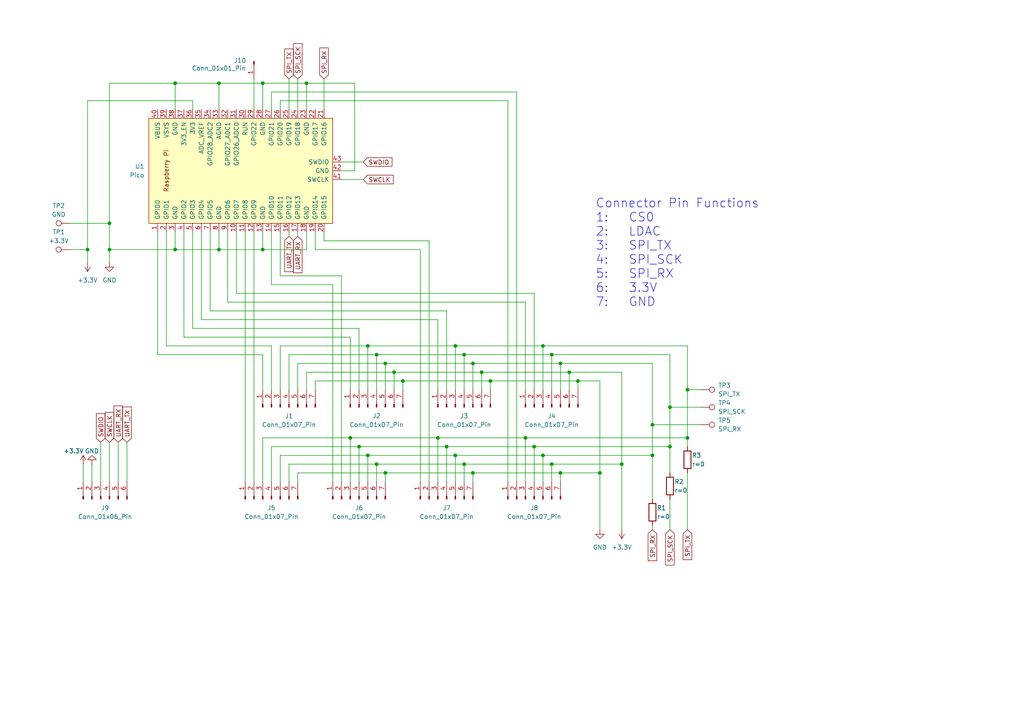
<source format=kicad_sch>
(kicad_sch (version 20231120) (generator "eeschema") (generator_version "8.0")
  (paper "A4")
  (lib_symbols
    (symbol "Connector:Conn_01x01_Pin" (pin_names (offset 1.016) hide)
      (property "Reference" "J" (at 0 2.54 0))
      (property "Value" "Conn_01x01_Pin" (at 0 -2.54 0))
      (symbol "Conn_01x01_Pin_1_1"
        (polyline (pts (xy 1.27 0) (xy 0.8636 0)) (stroke (width 0.1524)))
        (rectangle (start 0.8636 0.127) (end 0 -0.127) (stroke (width 0.1524)) (fill (type outline)))
        (pin passive line (at 5.08 0 180) (length 3.81) (name "Pin_1") (number "1"))
      )
    )
    (symbol "Connector:Conn_01x06_Pin" (pin_names (offset 1.016) hide)
      (property "Reference" "J" (at 0 7.62 0))
      (property "Value" "Conn_01x06_Pin" (at 0 -10.16 0))
      (symbol "Conn_01x06_Pin_1_1"
        (polyline (pts (xy 1.27 -7.62) (xy 0.8636 -7.62)) (stroke (width 0.1524)))
        (polyline (pts (xy 1.27 -5.08) (xy 0.8636 -5.08)) (stroke (width 0.1524)))
        (polyline (pts (xy 1.27 -2.54) (xy 0.8636 -2.54)) (stroke (width 0.1524)))
        (polyline (pts (xy 1.27 0) (xy 0.8636 0)) (stroke (width 0.1524)))
        (polyline (pts (xy 1.27 2.54) (xy 0.8636 2.54)) (stroke (width 0.1524)))
        (polyline (pts (xy 1.27 5.08) (xy 0.8636 5.08)) (stroke (width 0.1524)))
        (rectangle (start 0.8636 -7.493) (end 0 -7.747) (stroke (width 0.1524)) (fill (type outline)))
        (rectangle (start 0.8636 -4.953) (end 0 -5.207) (stroke (width 0.1524)) (fill (type outline)))
        (rectangle (start 0.8636 -2.413) (end 0 -2.667) (stroke (width 0.1524)) (fill (type outline)))
        (rectangle (start 0.8636 0.127) (end 0 -0.127) (stroke (width 0.1524)) (fill (type outline)))
        (rectangle (start 0.8636 2.667) (end 0 2.413) (stroke (width 0.1524)) (fill (type outline)))
        (rectangle (start 0.8636 5.207) (end 0 4.953) (stroke (width 0.1524)) (fill (type outline)))
        (pin passive line (at 5.08 5.08 180) (length 3.81) (name "Pin_1") (number "1"))
        (pin passive line (at 5.08 2.54 180) (length 3.81) (name "Pin_2") (number "2"))
        (pin passive line (at 5.08 0 180) (length 3.81) (name "Pin_3") (number "3"))
        (pin passive line (at 5.08 -2.54 180) (length 3.81) (name "Pin_4") (number "4"))
        (pin passive line (at 5.08 -5.08 180) (length 3.81) (name "Pin_5") (number "5"))
        (pin passive line (at 5.08 -7.62 180) (length 3.81) (name "Pin_6") (number "6"))
      )
    )
    (symbol "Connector:Conn_01x07_Pin" (pin_names (offset 1.016) hide)
      (property "Reference" "J" (at 0 10.16 0))
      (property "Value" "Conn_01x07_Pin" (at 0 -10.16 0))
      (symbol "Conn_01x07_Pin_1_1"
        (polyline (pts (xy 1.27 -7.62) (xy 0.8636 -7.62)) (stroke (width 0.1524)))
        (polyline (pts (xy 1.27 -5.08) (xy 0.8636 -5.08)) (stroke (width 0.1524)))
        (polyline (pts (xy 1.27 -2.54) (xy 0.8636 -2.54)) (stroke (width 0.1524)))
        (polyline (pts (xy 1.27 0) (xy 0.8636 0)) (stroke (width 0.1524)))
        (polyline (pts (xy 1.27 2.54) (xy 0.8636 2.54)) (stroke (width 0.1524)))
        (polyline (pts (xy 1.27 5.08) (xy 0.8636 5.08)) (stroke (width 0.1524)))
        (polyline (pts (xy 1.27 7.62) (xy 0.8636 7.62)) (stroke (width 0.1524)))
        (rectangle (start 0.8636 -7.493) (end 0 -7.747) (stroke (width 0.1524)) (fill (type outline)))
        (rectangle (start 0.8636 -4.953) (end 0 -5.207) (stroke (width 0.1524)) (fill (type outline)))
        (rectangle (start 0.8636 -2.413) (end 0 -2.667) (stroke (width 0.1524)) (fill (type outline)))
        (rectangle (start 0.8636 0.127) (end 0 -0.127) (stroke (width 0.1524)) (fill (type outline)))
        (rectangle (start 0.8636 2.667) (end 0 2.413) (stroke (width 0.1524)) (fill (type outline)))
        (rectangle (start 0.8636 5.207) (end 0 4.953) (stroke (width 0.1524)) (fill (type outline)))
        (rectangle (start 0.8636 7.747) (end 0 7.493) (stroke (width 0.1524)) (fill (type outline)))
        (pin passive line (at 5.08 7.62 180) (length 3.81) (name "Pin_1") (number "1"))
        (pin passive line (at 5.08 5.08 180) (length 3.81) (name "Pin_2") (number "2"))
        (pin passive line (at 5.08 2.54 180) (length 3.81) (name "Pin_3") (number "3"))
        (pin passive line (at 5.08 0 180) (length 3.81) (name "Pin_4") (number "4"))
        (pin passive line (at 5.08 -2.54 180) (length 3.81) (name "Pin_5") (number "5"))
        (pin passive line (at 5.08 -5.08 180) (length 3.81) (name "Pin_6") (number "6"))
        (pin passive line (at 5.08 -7.62 180) (length 3.81) (name "Pin_7") (number "7"))
      )
    )
    (symbol "Connector:TestPoint" (pin_numbers hide) (pin_names (offset 0.762) hide)
      (property "Reference" "TP" (at 0 6.858 0))
      (property "Value" "TestPoint" (at 0 5.08 0))
      (symbol "TestPoint_0_1"
        (circle (center 0 3.302) (radius 0.762))
      )
      (symbol "TestPoint_1_1"
        (pin passive line (at 0 0 90) (length 2.54) (name "1") (number "1"))
      )
    )
    (symbol "Device:R" (pin_numbers hide) (pin_names (offset 0))
      (property "Reference" "R" (at 2.032 0 90))
      (property "Value" "R" (at 0 0 90))
      (symbol "R_0_1"
        (rectangle (start -1.016 -2.54) (end 1.016 2.54) (stroke (width 0.254)))
      )
      (symbol "R_1_1"
        (pin passive line (at 0 3.81 270) (length 1.27) (name "~") (number "1"))
        (pin passive line (at 0 -3.81 90) (length 1.27) (name "~") (number "2"))
      )
    )
    (symbol "RPi_Pico:Pico" (pin_names (offset 1.016))
      (property "Reference" "U" (at -13.97 27.94 0))
      (property "Value" "Pico" (at 0 19.05 0))
      (symbol "Pico_0_0"
        (text "Raspberry Pi" (at 0 21.59 0) (effects (font (size 1.27 1.27))))
      )
      (symbol "Pico_0_1"
        (rectangle (start -15.24 26.67) (end 15.24 -26.67) (fill (type background)))
      )
      (symbol "Pico_1_1"
        (pin bidirectional line (at -17.78 24.13 0) (length 2.54) (name "GPIO0") (number "1"))
        (pin bidirectional line (at -17.78 1.27 0) (length 2.54) (name "GPIO7") (number "10"))
        (pin bidirectional line (at -17.78 -1.27 0) (length 2.54) (name "GPIO8") (number "11"))
        (pin bidirectional line (at -17.78 -3.81 0) (length 2.54) (name "GPIO9") (number "12"))
        (pin power_in line (at -17.78 -6.35 0) (length 2.54) (name "GND") (number "13"))
        (pin bidirectional line (at -17.78 -8.89 0) (length 2.54) (name "GPIO10") (number "14"))
        (pin bidirectional line (at -17.78 -11.43 0) (length 2.54) (name "GPIO11") (number "15"))
        (pin bidirectional line (at -17.78 -13.97 0) (length 2.54) (name "GPIO12") (number "16"))
        (pin bidirectional line (at -17.78 -16.51 0) (length 2.54) (name "GPIO13") (number "17"))
        (pin power_in line (at -17.78 -19.05 0) (length 2.54) (name "GND") (number "18"))
        (pin bidirectional line (at -17.78 -21.59 0) (length 2.54) (name "GPIO14") (number "19"))
        (pin bidirectional line (at -17.78 21.59 0) (length 2.54) (name "GPIO1") (number "2"))
        (pin bidirectional line (at -17.78 -24.13 0) (length 2.54) (name "GPIO15") (number "20"))
        (pin bidirectional line (at 17.78 -24.13 180) (length 2.54) (name "GPIO16") (number "21"))
        (pin bidirectional line (at 17.78 -21.59 180) (length 2.54) (name "GPIO17") (number "22"))
        (pin power_in line (at 17.78 -19.05 180) (length 2.54) (name "GND") (number "23"))
        (pin bidirectional line (at 17.78 -16.51 180) (length 2.54) (name "GPIO18") (number "24"))
        (pin bidirectional line (at 17.78 -13.97 180) (length 2.54) (name "GPIO19") (number "25"))
        (pin bidirectional line (at 17.78 -11.43 180) (length 2.54) (name "GPIO20") (number "26"))
        (pin bidirectional line (at 17.78 -8.89 180) (length 2.54) (name "GPIO21") (number "27"))
        (pin power_in line (at 17.78 -6.35 180) (length 2.54) (name "GND") (number "28"))
        (pin bidirectional line (at 17.78 -3.81 180) (length 2.54) (name "GPIO22") (number "29"))
        (pin power_in line (at -17.78 19.05 0) (length 2.54) (name "GND") (number "3"))
        (pin input line (at 17.78 -1.27 180) (length 2.54) (name "RUN") (number "30"))
        (pin bidirectional line (at 17.78 1.27 180) (length 2.54) (name "GPIO26_ADC0") (number "31"))
        (pin bidirectional line (at 17.78 3.81 180) (length 2.54) (name "GPIO27_ADC1") (number "32"))
        (pin power_in line (at 17.78 6.35 180) (length 2.54) (name "AGND") (number "33"))
        (pin bidirectional line (at 17.78 8.89 180) (length 2.54) (name "GPIO28_ADC2") (number "34"))
        (pin unspecified line (at 17.78 11.43 180) (length 2.54) (name "ADC_VREF") (number "35"))
        (pin unspecified line (at 17.78 13.97 180) (length 2.54) (name "3V3") (number "36"))
        (pin input line (at 17.78 16.51 180) (length 2.54) (name "3V3_EN") (number "37"))
        (pin bidirectional line (at 17.78 19.05 180) (length 2.54) (name "GND") (number "38"))
        (pin unspecified line (at 17.78 21.59 180) (length 2.54) (name "VSYS") (number "39"))
        (pin bidirectional line (at -17.78 16.51 0) (length 2.54) (name "GPIO2") (number "4"))
        (pin unspecified line (at 17.78 24.13 180) (length 2.54) (name "VBUS") (number "40"))
        (pin input line (at -2.54 -29.21 90) (length 2.54) (name "SWCLK") (number "41"))
        (pin power_in line (at 0 -29.21 90) (length 2.54) (name "GND") (number "42"))
        (pin bidirectional line (at 2.54 -29.21 90) (length 2.54) (name "SWDIO") (number "43"))
        (pin bidirectional line (at -17.78 13.97 0) (length 2.54) (name "GPIO3") (number "5"))
        (pin bidirectional line (at -17.78 11.43 0) (length 2.54) (name "GPIO4") (number "6"))
        (pin bidirectional line (at -17.78 8.89 0) (length 2.54) (name "GPIO5") (number "7"))
        (pin power_in line (at -17.78 6.35 0) (length 2.54) (name "GND") (number "8"))
        (pin bidirectional line (at -17.78 3.81 0) (length 2.54) (name "GPIO6") (number "9"))
      )
    )
    (symbol "power:+3.3V" (power) (pin_numbers hide) (pin_names (offset 0) hide)
      (property "Value" "+3.3V" (at 0 3.556 0))
      (symbol "+3.3V_0_1"
        (polyline (pts (xy -0.762 1.27) (xy 0 2.54)))
        (polyline (pts (xy 0 0) (xy 0 2.54)))
        (polyline (pts (xy 0 2.54) (xy 0.762 1.27)))
      )
      (symbol "+3.3V_1_1"
        (pin power_in line (at 0 0 90) (length 0) (name "~") (number "1"))
      )
    )
    (symbol "power:GND" (power) (pin_numbers hide) (pin_names (offset 0) hide)
      (property "Value" "GND" (at 0 -3.81 0))
      (symbol "GND_0_1"
        (polyline (pts (xy 0 0) (xy 0 -1.27) (xy 1.27 -1.27) (xy 0 -2.54) (xy -1.27 -1.27) (xy 0 -1.27)))
      )
      (symbol "GND_1_1"
        (pin power_in line (at 0 0 270) (length 0) (name "~") (number "1"))
      )
    )
  )
  (junction (at 129.54 129.54))
  (junction (at 194.31 118.11))
  (junction (at 111.76 105.41))
  (junction (at 137.16 105.41))
  (junction (at 101.6 127))
  (junction (at 173.99 137.16))
  (junction (at 63.5 24.13))
  (junction (at 134.62 134.62))
  (junction (at 116.84 110.49))
  (junction (at 50.8 72.39))
  (junction (at 134.62 102.87))
  (junction (at 137.16 137.16))
  (junction (at 111.76 137.16))
  (junction (at 162.56 137.16))
  (junction (at 25.4 72.39))
  (junction (at 157.48 100.33))
  (junction (at 63.5 72.39))
  (junction (at 139.7 107.95))
  (junction (at 157.48 132.08))
  (junction (at 165.1 107.95))
  (junction (at 106.68 132.08))
  (junction (at 88.9 24.13))
  (junction (at 114.3 107.95))
  (junction (at 167.64 110.49))
  (junction (at 104.14 129.54))
  (junction (at 127 127))
  (junction (at 199.39 127))
  (junction (at 109.22 134.62))
  (junction (at 50.8 24.13))
  (junction (at 142.24 110.49))
  (junction (at 160.02 102.87))
  (junction (at 109.22 102.87))
  (junction (at 154.94 129.54))
  (junction (at 76.2 72.39))
  (junction (at 194.31 129.54))
  (junction (at 76.2 24.13))
  (junction (at 162.56 105.41))
  (junction (at 199.39 113.03))
  (junction (at 31.75 72.39))
  (junction (at 189.23 132.08))
  (junction (at 152.4 127))
  (junction (at 132.08 132.08))
  (junction (at 189.23 123.19))
  (junction (at 106.68 100.33))
  (junction (at 31.75 64.77))
  (junction (at 132.08 100.33))
  (junction (at 160.02 134.62))
  (junction (at 180.34 134.62))
  (wire (pts (xy 142.24 110.49) (xy 167.64 110.49)))
  (wire (pts (xy 173.99 110.49) (xy 173.99 137.16)))
  (wire (pts (xy 58.42 92.71) (xy 58.42 67.31)))
  (wire (pts (xy 132.08 100.33) (xy 132.08 113.03)))
  (wire (pts (xy 76.2 113.03) (xy 76.2 102.87)))
  (wire (pts (xy 31.75 72.39) (xy 50.8 72.39)))
  (wire (pts (xy 147.32 139.7) (xy 147.32 29.21)))
  (wire (pts (xy 194.31 102.87) (xy 194.31 118.11)))
  (wire (pts (xy 157.48 100.33) (xy 157.48 113.03)))
  (wire (pts (xy 101.6 97.79) (xy 53.34 97.79)))
  (wire (pts (xy 66.04 87.63) (xy 152.4 87.63)))
  (wire (pts (xy 29.21 128.27) (xy 29.21 139.7)))
  (wire (pts (xy 76.2 72.39) (xy 88.9 72.39)))
  (wire (pts (xy 86.36 137.16) (xy 111.76 137.16)))
  (wire (pts (xy 154.94 85.09) (xy 154.94 113.03)))
  (wire (pts (xy 73.66 67.31) (xy 73.66 139.7)))
  (wire (pts (xy 106.68 139.7) (xy 106.68 132.08)))
  (wire (pts (xy 189.23 152.4) (xy 189.23 153.67)))
  (wire (pts (xy 81.28 113.03) (xy 81.28 100.33)))
  (wire (pts (xy 189.23 123.19) (xy 203.2 123.19)))
  (wire (pts (xy 99.06 80.01) (xy 99.06 139.7)))
  (wire (pts (xy 53.34 97.79) (xy 53.34 67.31)))
  (wire (pts (xy 88.9 24.13) (xy 102.87 24.13)))
  (wire (pts (xy 162.56 105.41) (xy 162.56 113.03)))
  (wire (pts (xy 104.14 95.25) (xy 104.14 113.03)))
  (wire (pts (xy 83.82 113.03) (xy 83.82 102.87)))
  (wire (pts (xy 109.22 134.62) (xy 134.62 134.62)))
  (wire (pts (xy 102.87 24.13) (xy 102.87 49.53)))
  (wire (pts (xy 78.74 31.75) (xy 78.74 26.67)))
  (wire (pts (xy 194.31 144.78) (xy 194.31 153.67)))
  (wire (pts (xy 102.87 49.53) (xy 99.06 49.53)))
  (wire (pts (xy 50.8 24.13) (xy 50.8 31.75)))
  (wire (pts (xy 101.6 113.03) (xy 101.6 97.79)))
  (wire (pts (xy 162.56 105.41) (xy 189.23 105.41)))
  (wire (pts (xy 160.02 102.87) (xy 194.31 102.87)))
  (wire (pts (xy 106.68 100.33) (xy 106.68 113.03)))
  (wire (pts (xy 134.62 102.87) (xy 160.02 102.87)))
  (wire (pts (xy 134.62 134.62) (xy 160.02 134.62)))
  (wire (pts (xy 48.26 100.33) (xy 78.74 100.33)))
  (wire (pts (xy 165.1 113.03) (xy 165.1 107.95)))
  (wire (pts (xy 111.76 105.41) (xy 137.16 105.41)))
  (wire (pts (xy 71.12 67.31) (xy 71.12 139.7)))
  (wire (pts (xy 121.92 72.39) (xy 121.92 139.7)))
  (wire (pts (xy 88.9 31.75) (xy 88.9 24.13)))
  (wire (pts (xy 189.23 123.19) (xy 189.23 132.08)))
  (wire (pts (xy 91.44 72.39) (xy 121.92 72.39)))
  (wire (pts (xy 104.14 129.54) (xy 129.54 129.54)))
  (wire (pts (xy 199.39 137.16) (xy 199.39 153.67)))
  (wire (pts (xy 83.82 102.87) (xy 109.22 102.87)))
  (wire (pts (xy 132.08 132.08) (xy 132.08 139.7)))
  (wire (pts (xy 63.5 67.31) (xy 63.5 72.39)))
  (wire (pts (xy 106.68 100.33) (xy 132.08 100.33)))
  (wire (pts (xy 25.4 72.39) (xy 25.4 76.2)))
  (wire (pts (xy 127 92.71) (xy 58.42 92.71)))
  (wire (pts (xy 55.88 29.21) (xy 25.4 29.21)))
  (wire (pts (xy 167.64 110.49) (xy 173.99 110.49)))
  (wire (pts (xy 96.52 139.7) (xy 96.52 82.55)))
  (wire (pts (xy 45.72 102.87) (xy 45.72 67.31)))
  (wire (pts (xy 83.82 22.86) (xy 83.82 31.75)))
  (wire (pts (xy 20.32 64.77) (xy 31.75 64.77)))
  (wire (pts (xy 129.54 129.54) (xy 129.54 139.7)))
  (wire (pts (xy 68.58 67.31) (xy 68.58 85.09)))
  (wire (pts (xy 63.5 24.13) (xy 50.8 24.13)))
  (wire (pts (xy 60.96 90.17) (xy 129.54 90.17)))
  (wire (pts (xy 24.13 134.62) (xy 24.13 139.7)))
  (wire (pts (xy 194.31 129.54) (xy 194.31 137.16)))
  (wire (pts (xy 76.2 139.7) (xy 76.2 127)))
  (wire (pts (xy 111.76 137.16) (xy 137.16 137.16)))
  (wire (pts (xy 81.28 132.08) (xy 106.68 132.08)))
  (wire (pts (xy 129.54 129.54) (xy 154.94 129.54)))
  (wire (pts (xy 96.52 82.55) (xy 78.74 82.55)))
  (wire (pts (xy 137.16 137.16) (xy 137.16 139.7)))
  (wire (pts (xy 50.8 67.31) (xy 50.8 72.39)))
  (wire (pts (xy 199.39 100.33) (xy 199.39 113.03)))
  (wire (pts (xy 116.84 110.49) (xy 116.84 113.03)))
  (wire (pts (xy 60.96 67.31) (xy 60.96 90.17)))
  (wire (pts (xy 165.1 107.95) (xy 180.34 107.95)))
  (wire (pts (xy 189.23 132.08) (xy 189.23 144.78)))
  (wire (pts (xy 88.9 67.31) (xy 88.9 72.39)))
  (wire (pts (xy 152.4 87.63) (xy 152.4 113.03)))
  (wire (pts (xy 36.83 128.27) (xy 36.83 139.7)))
  (wire (pts (xy 127 127) (xy 152.4 127)))
  (wire (pts (xy 31.75 64.77) (xy 31.75 72.39)))
  (wire (pts (xy 109.22 134.62) (xy 109.22 139.7)))
  (wire (pts (xy 116.84 110.49) (xy 142.24 110.49)))
  (wire (pts (xy 86.36 68.58) (xy 86.36 67.31)))
  (wire (pts (xy 66.04 67.31) (xy 66.04 87.63)))
  (wire (pts (xy 63.5 24.13) (xy 63.5 31.75)))
  (wire (pts (xy 157.48 132.08) (xy 189.23 132.08)))
  (wire (pts (xy 160.02 134.62) (xy 180.34 134.62)))
  (wire (pts (xy 86.36 105.41) (xy 111.76 105.41)))
  (wire (pts (xy 88.9 24.13) (xy 76.2 24.13)))
  (wire (pts (xy 109.22 102.87) (xy 109.22 113.03)))
  (wire (pts (xy 106.68 132.08) (xy 132.08 132.08)))
  (wire (pts (xy 137.16 113.03) (xy 137.16 105.41)))
  (wire (pts (xy 31.75 24.13) (xy 31.75 64.77)))
  (wire (pts (xy 86.36 22.86) (xy 86.36 31.75)))
  (wire (pts (xy 124.46 69.85) (xy 124.46 139.7)))
  (wire (pts (xy 81.28 80.01) (xy 99.06 80.01)))
  (wire (pts (xy 91.44 67.31) (xy 91.44 72.39)))
  (wire (pts (xy 154.94 139.7) (xy 154.94 129.54)))
  (wire (pts (xy 83.82 68.58) (xy 83.82 67.31)))
  (wire (pts (xy 111.76 113.03) (xy 111.76 105.41)))
  (wire (pts (xy 31.75 72.39) (xy 31.75 76.2)))
  (wire (pts (xy 127 127) (xy 127 139.7)))
  (wire (pts (xy 99.06 52.07) (xy 105.41 52.07)))
  (wire (pts (xy 83.82 139.7) (xy 83.82 134.62)))
  (wire (pts (xy 88.9 107.95) (xy 114.3 107.95)))
  (wire (pts (xy 78.74 139.7) (xy 78.74 129.54)))
  (wire (pts (xy 76.2 24.13) (xy 63.5 24.13)))
  (wire (pts (xy 142.24 110.49) (xy 142.24 113.03)))
  (wire (pts (xy 31.75 128.27) (xy 31.75 139.7)))
  (wire (pts (xy 132.08 132.08) (xy 157.48 132.08)))
  (wire (pts (xy 73.66 22.86) (xy 73.66 31.75)))
  (wire (pts (xy 167.64 110.49) (xy 167.64 113.03)))
  (wire (pts (xy 81.28 100.33) (xy 106.68 100.33)))
  (wire (pts (xy 86.36 139.7) (xy 86.36 137.16)))
  (wire (pts (xy 147.32 29.21) (xy 81.28 29.21)))
  (wire (pts (xy 76.2 127) (xy 101.6 127)))
  (wire (pts (xy 55.88 95.25) (xy 104.14 95.25)))
  (wire (pts (xy 101.6 127) (xy 127 127)))
  (wire (pts (xy 91.44 110.49) (xy 116.84 110.49)))
  (wire (pts (xy 129.54 90.17) (xy 129.54 113.03)))
  (wire (pts (xy 199.39 127) (xy 199.39 129.54)))
  (wire (pts (xy 55.88 31.75) (xy 55.88 29.21)))
  (wire (pts (xy 162.56 137.16) (xy 173.99 137.16)))
  (wire (pts (xy 78.74 100.33) (xy 78.74 113.03)))
  (wire (pts (xy 20.32 72.39) (xy 25.4 72.39)))
  (wire (pts (xy 154.94 129.54) (xy 194.31 129.54)))
  (wire (pts (xy 157.48 100.33) (xy 199.39 100.33)))
  (wire (pts (xy 78.74 82.55) (xy 78.74 67.31)))
  (wire (pts (xy 104.14 129.54) (xy 104.14 139.7)))
  (wire (pts (xy 152.4 127) (xy 199.39 127)))
  (wire (pts (xy 68.58 85.09) (xy 154.94 85.09)))
  (wire (pts (xy 139.7 107.95) (xy 139.7 113.03)))
  (wire (pts (xy 134.62 134.62) (xy 134.62 139.7)))
  (wire (pts (xy 25.4 29.21) (xy 25.4 72.39)))
  (wire (pts (xy 160.02 102.87) (xy 160.02 113.03)))
  (wire (pts (xy 134.62 102.87) (xy 134.62 113.03)))
  (wire (pts (xy 81.28 67.31) (xy 81.28 80.01)))
  (wire (pts (xy 162.56 137.16) (xy 162.56 139.7)))
  (wire (pts (xy 137.16 137.16) (xy 162.56 137.16)))
  (wire (pts (xy 194.31 118.11) (xy 203.2 118.11)))
  (wire (pts (xy 99.06 46.99) (xy 105.41 46.99)))
  (wire (pts (xy 93.98 22.86) (xy 93.98 31.75)))
  (wire (pts (xy 194.31 118.11) (xy 194.31 129.54)))
  (wire (pts (xy 180.34 107.95) (xy 180.34 134.62)))
  (wire (pts (xy 157.48 132.08) (xy 157.48 139.7)))
  (wire (pts (xy 76.2 24.13) (xy 76.2 31.75)))
  (wire (pts (xy 83.82 134.62) (xy 109.22 134.62)))
  (wire (pts (xy 81.28 139.7) (xy 81.28 132.08)))
  (wire (pts (xy 55.88 67.31) (xy 55.88 95.25)))
  (wire (pts (xy 63.5 72.39) (xy 76.2 72.39)))
  (wire (pts (xy 76.2 102.87) (xy 45.72 102.87)))
  (wire (pts (xy 114.3 107.95) (xy 114.3 113.03)))
  (wire (pts (xy 173.99 137.16) (xy 173.99 153.67)))
  (wire (pts (xy 93.98 69.85) (xy 124.46 69.85)))
  (wire (pts (xy 48.26 67.31) (xy 48.26 100.33)))
  (wire (pts (xy 91.44 113.03) (xy 91.44 110.49)))
  (wire (pts (xy 199.39 113.03) (xy 203.2 113.03)))
  (wire (pts (xy 88.9 113.03) (xy 88.9 107.95)))
  (wire (pts (xy 81.28 29.21) (xy 81.28 31.75)))
  (wire (pts (xy 132.08 100.33) (xy 157.48 100.33)))
  (wire (pts (xy 76.2 67.31) (xy 76.2 72.39)))
  (wire (pts (xy 50.8 24.13) (xy 31.75 24.13)))
  (wire (pts (xy 139.7 107.95) (xy 165.1 107.95)))
  (wire (pts (xy 93.98 67.31) (xy 93.98 69.85)))
  (wire (pts (xy 78.74 26.67) (xy 149.86 26.67)))
  (wire (pts (xy 101.6 127) (xy 101.6 139.7)))
  (wire (pts (xy 86.36 113.03) (xy 86.36 105.41)))
  (wire (pts (xy 152.4 127) (xy 152.4 139.7)))
  (wire (pts (xy 111.76 137.16) (xy 111.76 139.7)))
  (wire (pts (xy 199.39 113.03) (xy 199.39 127)))
  (wire (pts (xy 50.8 72.39) (xy 63.5 72.39)))
  (wire (pts (xy 160.02 134.62) (xy 160.02 139.7)))
  (wire (pts (xy 180.34 134.62) (xy 180.34 153.67)))
  (wire (pts (xy 34.29 128.27) (xy 34.29 139.7)))
  (wire (pts (xy 137.16 105.41) (xy 162.56 105.41)))
  (wire (pts (xy 149.86 26.67) (xy 149.86 139.7)))
  (wire (pts (xy 114.3 107.95) (xy 139.7 107.95)))
  (wire (pts (xy 189.23 105.41) (xy 189.23 123.19)))
  (wire (pts (xy 127 113.03) (xy 127 92.71)))
  (wire (pts (xy 78.74 129.54) (xy 104.14 129.54)))
  (wire (pts (xy 26.67 134.62) (xy 26.67 139.7)))
  (wire (pts (xy 109.22 102.87) (xy 134.62 102.87)))
  (text "Connector Pin Functions\n1:	CS0\n2:	LDAC\n3:	SPI_TX\n4:	SPI_SCK\n5:	SPI_RX\n6:	3.3V\n7:	GND\n" (at 172.72 73.406 0) (effects (font (size 2.54 2.54)) (justify left)))
  (global_label "SWCLK" (shape input) (at 105.41 52.07 0) (property "Intersheetrefs" "${INTERSHEET_REFS}" (effects (hide yes))))
  (global_label "UART_TX" (shape input) (at 36.83 128.27 90) (property "Intersheetrefs" "${INTERSHEET_REFS}" (effects (hide yes))))
  (global_label "SPI_RX" (shape input) (at 189.23 153.67 270) (property "Intersheetrefs" "${INTERSHEET_REFS}" (effects (hide yes))))
  (global_label "SWDIO" (shape input) (at 29.21 128.27 90) (property "Intersheetrefs" "${INTERSHEET_REFS}" (effects (hide yes))))
  (global_label "SWCLK" (shape input) (at 31.75 128.27 90) (property "Intersheetrefs" "${INTERSHEET_REFS}" (effects (hide yes))))
  (global_label "SPI_SCK" (shape input) (at 194.31 153.67 270) (property "Intersheetrefs" "${INTERSHEET_REFS}" (effects (hide yes))))
  (global_label "UART_RX" (shape input) (at 34.29 128.27 90) (property "Intersheetrefs" "${INTERSHEET_REFS}" (effects (hide yes))))
  (global_label "SPI_SCK" (shape input) (at 86.36 22.86 90) (property "Intersheetrefs" "${INTERSHEET_REFS}" (effects (hide yes))))
  (global_label "SPI_TX" (shape input) (at 83.82 22.86 90) (property "Intersheetrefs" "${INTERSHEET_REFS}" (effects (hide yes))))
  (global_label "SPI_RX" (shape input) (at 93.98 22.86 90) (property "Intersheetrefs" "${INTERSHEET_REFS}" (effects (hide yes))))
  (global_label "SWDIO" (shape input) (at 105.41 46.99 0) (property "Intersheetrefs" "${INTERSHEET_REFS}" (effects (hide yes))))
  (global_label "SPI_TX" (shape input) (at 199.39 153.67 270) (property "Intersheetrefs" "${INTERSHEET_REFS}" (effects (hide yes))))
  (global_label "UART_RX" (shape input) (at 86.36 68.58 270) (property "Intersheetrefs" "${INTERSHEET_REFS}" (effects (hide yes))))
  (global_label "UART_TX" (shape input) (at 83.82 68.58 270) (property "Intersheetrefs" "${INTERSHEET_REFS}" (effects (hide yes))))
  (symbol (lib_id "Connector:Conn_01x07_Pin") (at 160.02 118.11 90) (unit 1)
    (property "Reference" "J4" (at 160.02 120.65 90))
    (property "Value" "Conn_01x07_Pin" (at 160.02 123.19 90))
    (property "Footprint" "Connector_JST:JST_XH_B7B-XH-A_1x07_P2.50mm_Vertical" (effects (hide yes)))
    (property "Description" "Generic connector, single row, 01x07, script generated" (effects (hide yes)))
  )
  (symbol (lib_id "Connector:Conn_01x07_Pin") (at 104.14 144.78 90) (unit 1)
    (property "Reference" "J6" (at 104.14 147.32 90))
    (property "Value" "Conn_01x07_Pin" (at 104.14 149.86 90))
    (property "Footprint" "Connector_JST:JST_XH_B7B-XH-A_1x07_P2.50mm_Vertical" (effects (hide yes)))
    (property "Description" "Generic connector, single row, 01x07, script generated" (effects (hide yes)))
  )
  (symbol (lib_id "Connector:TestPoint") (at 203.2 123.19 270) (unit 1)
    (property "Reference" "TP5" (at 208.28 121.9199 90) (effects (justify left)))
    (property "Value" "SPI_RX" (at 208.28 124.4599 90) (effects (justify left)))
    (property "Description" "test point" (effects (hide yes)))
  )
  (symbol (lib_id "power:+3.3V") (at 25.4 76.2 180) (unit 1)
    (property "Reference" "#PWR04" (effects (hide yes)))
    (property "Value" "+3.3V" (at 25.4 81.28 0))
    (property "Description" "Power symbol creates a global label with name \"+3.3V\"" (effects (hide yes)))
  )
  (symbol (lib_id "Device:R") (at 199.39 133.35 0) (unit 1)
    (property "Reference" "R3" (at 200.66 132.08 0) (effects (justify left)))
    (property "Value" "${SIM.PARAMS}" (at 200.66 134.62 0) (effects (justify left)))
    (property "Footprint" "Resistor_SMD:R_0603_1608Metric_Pad0.98x0.95mm_HandSolder" (effects (hide yes)))
    (property "Description" "Resistor" (effects (hide yes)))
    (property "Sim.Device" "R" (effects (hide yes)))
    (property "Sim.Type" "=" (effects (hide yes)))
    (property "Sim.Params" "r=0" (effects (hide yes)))
    (property "Sim.Pins" "1=+ 2=-" (effects (hide yes)))
  )
  (symbol (lib_id "Device:R") (at 189.23 148.59 0) (unit 1)
    (property "Reference" "R1" (at 190.5 147.32 0) (effects (justify left)))
    (property "Value" "${SIM.PARAMS}" (at 190.5 149.86 0) (effects (justify left)))
    (property "Footprint" "Resistor_SMD:R_0603_1608Metric_Pad0.98x0.95mm_HandSolder" (effects (hide yes)))
    (property "Description" "Resistor" (effects (hide yes)))
    (property "Sim.Device" "R" (effects (hide yes)))
    (property "Sim.Type" "=" (effects (hide yes)))
    (property "Sim.Params" "r=0" (effects (hide yes)))
    (property "Sim.Pins" "1=+ 2=-" (effects (hide yes)))
  )
  (symbol (lib_id "Connector:TestPoint") (at 20.32 64.77 90) (unit 1)
    (property "Reference" "TP2" (at 17.018 59.69 90))
    (property "Value" "GND" (at 17.018 62.23 90))
    (property "Description" "test point" (effects (hide yes)))
  )
  (symbol (lib_id "power:GND") (at 173.99 153.67 0) (unit 1)
    (property "Reference" "#PWR01" (effects (hide yes)))
    (property "Value" "GND" (at 173.99 158.75 0))
    (property "Description" "Power symbol creates a global label with name \"GND\" , ground" (effects (hide yes)))
  )
  (symbol (lib_id "Connector:Conn_01x06_Pin") (at 29.21 144.78 90) (unit 1)
    (property "Reference" "J9" (at 30.48 147.32 90))
    (property "Value" "Conn_01x06_Pin" (at 30.48 149.86 90))
    (property "Footprint" "Connector_JST:JST_XH_B6B-XH-A_1x06_P2.50mm_Vertical" (effects (hide yes)))
    (property "Description" "Generic connector, single row, 01x06, script generated" (effects (hide yes)))
  )
  (symbol (lib_id "Device:R") (at 194.31 140.97 0) (unit 1)
    (property "Reference" "R2" (at 195.58 139.7 0) (effects (justify left)))
    (property "Value" "${SIM.PARAMS}" (at 195.58 142.24 0) (effects (justify left)))
    (property "Footprint" "Resistor_SMD:R_0603_1608Metric_Pad0.98x0.95mm_HandSolder" (effects (hide yes)))
    (property "Description" "Resistor" (effects (hide yes)))
    (property "Sim.Device" "R" (effects (hide yes)))
    (property "Sim.Type" "=" (effects (hide yes)))
    (property "Sim.Params" "r=0" (effects (hide yes)))
    (property "Sim.Pins" "1=+ 2=-" (effects (hide yes)))
  )
  (symbol (lib_id "power:GND") (at 31.75 76.2 0) (unit 1)
    (property "Reference" "#PWR03" (effects (hide yes)))
    (property "Value" "GND" (at 31.75 81.28 0))
    (property "Description" "Power symbol creates a global label with name \"GND\" , ground" (effects (hide yes)))
  )
  (symbol (lib_id "RPi_Pico:Pico") (at 69.85 49.53 90) (unit 1)
    (property "Reference" "U1" (at 41.91 48.2599 90) (effects (justify left)))
    (property "Value" "Pico" (at 41.91 50.7999 90) (effects (justify left)))
    (property "Footprint" "RPi_Pico:RPi_Pico_SMD_TH" (effects (hide yes)))
  )
  (symbol (lib_id "power:GND") (at 26.67 134.62 180) (unit 1)
    (property "Reference" "#PWR06" (effects (hide yes)))
    (property "Value" "GND" (at 26.67 130.81 0))
    (property "Description" "Power symbol creates a global label with name \"GND\" , ground" (effects (hide yes)))
  )
  (symbol (lib_id "power:+3.3V") (at 180.34 153.67 180) (unit 1)
    (property "Reference" "#PWR02" (effects (hide yes)))
    (property "Value" "+3.3V" (at 180.34 158.75 0))
    (property "Description" "Power symbol creates a global label with name \"+3.3V\"" (effects (hide yes)))
  )
  (symbol (lib_id "Connector:TestPoint") (at 203.2 118.11 270) (unit 1)
    (property "Reference" "TP4" (at 208.28 116.8399 90) (effects (justify left)))
    (property "Value" "SPI_SCK" (at 208.28 119.3799 90) (effects (justify left)))
    (property "Description" "test point" (effects (hide yes)))
  )
  (symbol (lib_id "Connector:Conn_01x07_Pin") (at 154.94 144.78 90) (unit 1)
    (property "Reference" "J8" (at 154.94 147.32 90))
    (property "Value" "Conn_01x07_Pin" (at 154.94 149.86 90))
    (property "Footprint" "Connector_JST:JST_XH_B7B-XH-A_1x07_P2.50mm_Vertical" (effects (hide yes)))
    (property "Description" "Generic connector, single row, 01x07, script generated" (effects (hide yes)))
  )
  (symbol (lib_id "Connector:Conn_01x07_Pin") (at 78.74 144.78 90) (unit 1)
    (property "Reference" "J5" (at 78.74 147.32 90))
    (property "Value" "Conn_01x07_Pin" (at 78.74 149.86 90))
    (property "Footprint" "Connector_JST:JST_XH_B7B-XH-A_1x07_P2.50mm_Vertical" (effects (hide yes)))
    (property "Description" "Generic connector, single row, 01x07, script generated" (effects (hide yes)))
  )
  (symbol (lib_id "Connector:Conn_01x07_Pin") (at 129.54 144.78 90) (unit 1)
    (property "Reference" "J7" (at 129.54 147.32 90))
    (property "Value" "Conn_01x07_Pin" (at 129.54 149.86 90))
    (property "Footprint" "Connector_JST:JST_XH_B7B-XH-A_1x07_P2.50mm_Vertical" (effects (hide yes)))
    (property "Description" "Generic connector, single row, 01x07, script generated" (effects (hide yes)))
  )
  (symbol (lib_id "power:+3.3V") (at 24.13 134.62 0) (unit 1)
    (property "Reference" "#PWR05" (effects (hide yes)))
    (property "Value" "+3.3V" (at 21.336 130.81 0))
    (property "Description" "Power symbol creates a global label with name \"+3.3V\"" (effects (hide yes)))
  )
  (symbol (lib_id "Connector:TestPoint") (at 203.2 113.03 270) (unit 1)
    (property "Reference" "TP3" (at 208.28 111.7599 90) (effects (justify left)))
    (property "Value" "SPI_TX" (at 208.28 114.2999 90) (effects (justify left)))
    (property "Description" "test point" (effects (hide yes)))
  )
  (symbol (lib_id "Connector:Conn_01x07_Pin") (at 83.82 118.11 90) (unit 1)
    (property "Reference" "J1" (at 83.82 120.65 90))
    (property "Value" "Conn_01x07_Pin" (at 83.82 123.19 90))
    (property "Footprint" "Connector_JST:JST_XH_B7B-XH-A_1x07_P2.50mm_Vertical" (effects (hide yes)))
    (property "Description" "Generic connector, single row, 01x07, script generated" (effects (hide yes)))
  )
  (symbol (lib_id "Connector:Conn_01x07_Pin") (at 109.22 118.11 90) (unit 1)
    (property "Reference" "J2" (at 109.22 120.65 90))
    (property "Value" "Conn_01x07_Pin" (at 109.22 123.19 90))
    (property "Footprint" "Connector_JST:JST_XH_B7B-XH-A_1x07_P2.50mm_Vertical" (effects (hide yes)))
    (property "Description" "Generic connector, single row, 01x07, script generated" (effects (hide yes)))
  )
  (symbol (lib_id "Connector:Conn_01x07_Pin") (at 134.62 118.11 90) (unit 1)
    (property "Reference" "J3" (at 134.62 120.65 90))
    (property "Value" "Conn_01x07_Pin" (at 134.62 123.19 90))
    (property "Footprint" "Connector_JST:JST_XH_B7B-XH-A_1x07_P2.50mm_Vertical" (effects (hide yes)))
    (property "Description" "Generic connector, single row, 01x07, script generated" (effects (hide yes)))
  )
  (symbol (lib_id "Connector:TestPoint") (at 20.32 72.39 90) (unit 1)
    (property "Reference" "TP1" (at 17.018 67.31 90))
    (property "Value" "+3.3V" (at 17.018 69.85 90))
    (property "Description" "test point" (effects (hide yes)))
  )
  (symbol (lib_id "Connector:Conn_01x01_Pin") (at 73.66 17.78 270) (unit 1)
    (property "Reference" "J10" (at 67.818 17.526 90) (effects (justify left)))
    (property "Value" "Conn_01x01_Pin" (at 55.626 19.812 90) (effects (justify left)))
    (property "Description" "Generic connector, single row, 01x01, script generated" (effects (hide yes)))
  )
)
</source>
